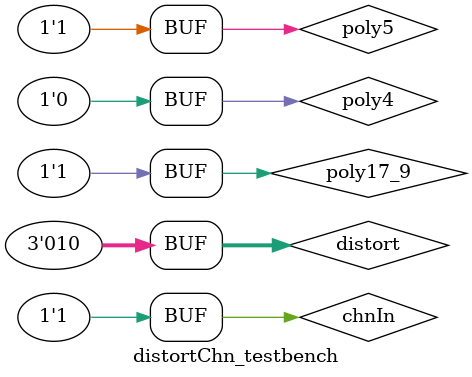
<source format=sv>
module distortChn_testbench();
    logic       chnIn, poly4, poly5, poly17_9;
    logic [2:0] distort;
    logic       chnOut_distort;

    distortChn  dcn(chnIn, poly4, poly5, poly17_9, distort, chnOut_distort);

    initial begin
       #10 chnIn = 0;
           poly4 = 0;
           poly5 = 0;
           poly17_9 = 0;
           distort = 3'd2;
      #50  chnIn = 1;
           poly4 = 1;
      #100 poly17_9 = 1;
           distort = 3'd7;
      #50  //poly17_9 = 0;
           poly5 = 1;
           distort = 3'd2;
           poly4 = 0;

    end
endmodule

</source>
